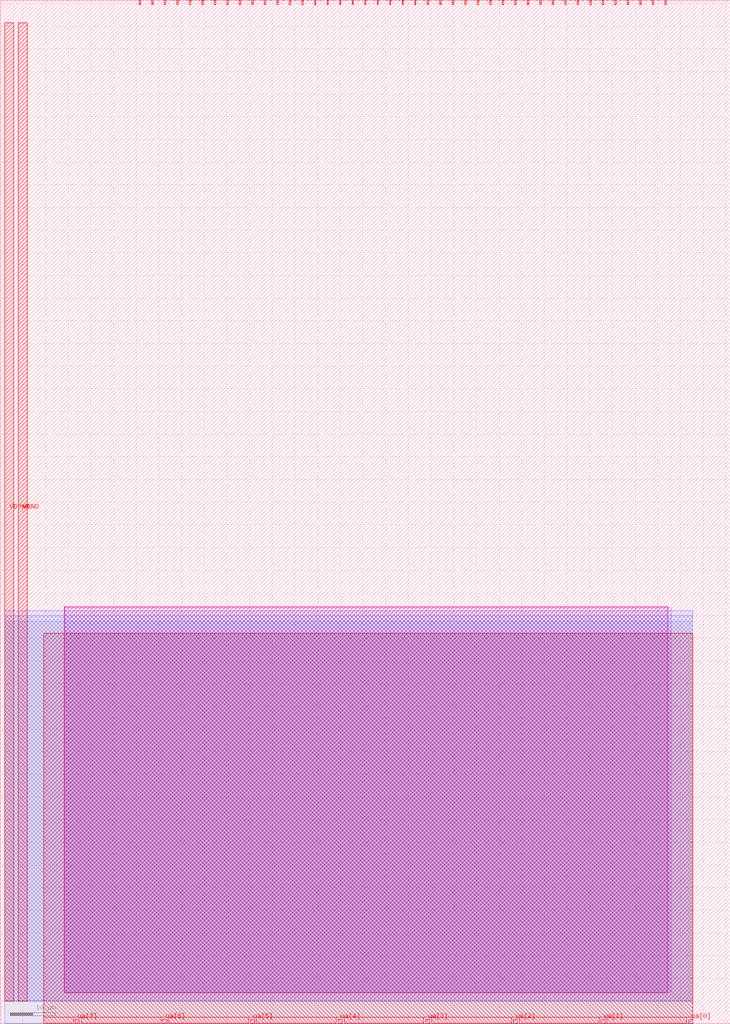
<source format=lef>
VERSION 5.7 ;
  NOWIREEXTENSIONATPIN ON ;
  DIVIDERCHAR "/" ;
  BUSBITCHARS "[]" ;
MACRO tt_um_ssp_opamp
  CLASS BLOCK ;
  FOREIGN tt_um_ssp_opamp ;
  ORIGIN 0.000 0.000 ;
  SIZE 161.000 BY 225.760 ;
  PIN clk
    DIRECTION INPUT ;
    USE SIGNAL ;
    PORT
      LAYER met4 ;
        RECT 143.830 224.760 144.130 225.760 ;
    END
  END clk
  PIN ena
    DIRECTION INPUT ;
    USE SIGNAL ;
    PORT
      LAYER met4 ;
        RECT 146.590 224.760 146.890 225.760 ;
    END
  END ena
  PIN rst_n
    DIRECTION INPUT ;
    USE SIGNAL ;
    PORT
      LAYER met4 ;
        RECT 141.070 224.760 141.370 225.760 ;
    END
  END rst_n
  PIN ua[0]
    DIRECTION INOUT ;
    USE SIGNAL ;
    ANTENNADIFFAREA 0.280900 ;
    PORT
      LAYER met4 ;
        RECT 151.810 0.000 152.710 1.000 ;
    END
  END ua[0]
  PIN ua[1]
    DIRECTION INOUT ;
    USE SIGNAL ;
    ANTENNAGATEAREA 12.750000 ;
    ANTENNADIFFAREA 18.039999 ;
    PORT
      LAYER met4 ;
        RECT 132.490 0.000 133.390 1.000 ;
    END
  END ua[1]
  PIN ua[2]
    DIRECTION INOUT ;
    USE SIGNAL ;
    ANTENNADIFFAREA 7.751700 ;
    PORT
      LAYER met4 ;
        RECT 113.170 0.000 114.070 1.000 ;
    END
  END ua[2]
  PIN ua[3]
    DIRECTION INOUT ;
    USE SIGNAL ;
    ANTENNADIFFAREA 16.820000 ;
    PORT
      LAYER met4 ;
        RECT 93.850 0.000 94.750 1.000 ;
    END
  END ua[3]
  PIN ua[4]
    DIRECTION INOUT ;
    USE SIGNAL ;
    ANTENNAGATEAREA 10.500000 ;
    PORT
      LAYER met4 ;
        RECT 74.530 0.000 75.430 1.000 ;
    END
  END ua[4]
  PIN ua[5]
    DIRECTION INOUT ;
    USE SIGNAL ;
    ANTENNAGATEAREA 10.500000 ;
    PORT
      LAYER met4 ;
        RECT 55.210 0.000 56.110 1.000 ;
    END
  END ua[5]
  PIN ua[6]
    DIRECTION INOUT ;
    USE SIGNAL ;
    PORT
      LAYER met4 ;
        RECT 35.890 0.000 36.790 1.000 ;
    END
  END ua[6]
  PIN ua[7]
    DIRECTION INOUT ;
    USE SIGNAL ;
    PORT
      LAYER met4 ;
        RECT 16.570 0.000 17.470 1.000 ;
    END
  END ua[7]
  PIN ui_in[0]
    DIRECTION INPUT ;
    USE SIGNAL ;
    PORT
      LAYER met4 ;
        RECT 138.310 224.760 138.610 225.760 ;
    END
  END ui_in[0]
  PIN ui_in[1]
    DIRECTION INPUT ;
    USE SIGNAL ;
    PORT
      LAYER met4 ;
        RECT 135.550 224.760 135.850 225.760 ;
    END
  END ui_in[1]
  PIN ui_in[2]
    DIRECTION INPUT ;
    USE SIGNAL ;
    PORT
      LAYER met4 ;
        RECT 132.790 224.760 133.090 225.760 ;
    END
  END ui_in[2]
  PIN ui_in[3]
    DIRECTION INPUT ;
    USE SIGNAL ;
    PORT
      LAYER met4 ;
        RECT 130.030 224.760 130.330 225.760 ;
    END
  END ui_in[3]
  PIN ui_in[4]
    DIRECTION INPUT ;
    USE SIGNAL ;
    PORT
      LAYER met4 ;
        RECT 127.270 224.760 127.570 225.760 ;
    END
  END ui_in[4]
  PIN ui_in[5]
    DIRECTION INPUT ;
    USE SIGNAL ;
    PORT
      LAYER met4 ;
        RECT 124.510 224.760 124.810 225.760 ;
    END
  END ui_in[5]
  PIN ui_in[6]
    DIRECTION INPUT ;
    USE SIGNAL ;
    PORT
      LAYER met4 ;
        RECT 121.750 224.760 122.050 225.760 ;
    END
  END ui_in[6]
  PIN ui_in[7]
    DIRECTION INPUT ;
    USE SIGNAL ;
    PORT
      LAYER met4 ;
        RECT 118.990 224.760 119.290 225.760 ;
    END
  END ui_in[7]
  PIN uio_in[0]
    DIRECTION INPUT ;
    USE SIGNAL ;
    PORT
      LAYER met4 ;
        RECT 116.230 224.760 116.530 225.760 ;
    END
  END uio_in[0]
  PIN uio_in[1]
    DIRECTION INPUT ;
    USE SIGNAL ;
    PORT
      LAYER met4 ;
        RECT 113.470 224.760 113.770 225.760 ;
    END
  END uio_in[1]
  PIN uio_in[2]
    DIRECTION INPUT ;
    USE SIGNAL ;
    PORT
      LAYER met4 ;
        RECT 110.710 224.760 111.010 225.760 ;
    END
  END uio_in[2]
  PIN uio_in[3]
    DIRECTION INPUT ;
    USE SIGNAL ;
    PORT
      LAYER met4 ;
        RECT 107.950 224.760 108.250 225.760 ;
    END
  END uio_in[3]
  PIN uio_in[4]
    DIRECTION INPUT ;
    USE SIGNAL ;
    PORT
      LAYER met4 ;
        RECT 105.190 224.760 105.490 225.760 ;
    END
  END uio_in[4]
  PIN uio_in[5]
    DIRECTION INPUT ;
    USE SIGNAL ;
    PORT
      LAYER met4 ;
        RECT 102.430 224.760 102.730 225.760 ;
    END
  END uio_in[5]
  PIN uio_in[6]
    DIRECTION INPUT ;
    USE SIGNAL ;
    PORT
      LAYER met4 ;
        RECT 99.670 224.760 99.970 225.760 ;
    END
  END uio_in[6]
  PIN uio_in[7]
    DIRECTION INPUT ;
    USE SIGNAL ;
    PORT
      LAYER met4 ;
        RECT 96.910 224.760 97.210 225.760 ;
    END
  END uio_in[7]
  PIN uio_oe[0]
    DIRECTION OUTPUT ;
    USE SIGNAL ;
    PORT
      LAYER met4 ;
        RECT 49.990 224.760 50.290 225.760 ;
    END
  END uio_oe[0]
  PIN uio_oe[1]
    DIRECTION OUTPUT ;
    USE SIGNAL ;
    PORT
      LAYER met4 ;
        RECT 47.230 224.760 47.530 225.760 ;
    END
  END uio_oe[1]
  PIN uio_oe[2]
    DIRECTION OUTPUT ;
    USE SIGNAL ;
    PORT
      LAYER met4 ;
        RECT 44.470 224.760 44.770 225.760 ;
    END
  END uio_oe[2]
  PIN uio_oe[3]
    DIRECTION OUTPUT ;
    USE SIGNAL ;
    PORT
      LAYER met4 ;
        RECT 41.710 224.760 42.010 225.760 ;
    END
  END uio_oe[3]
  PIN uio_oe[4]
    DIRECTION OUTPUT ;
    USE SIGNAL ;
    PORT
      LAYER met4 ;
        RECT 38.950 224.760 39.250 225.760 ;
    END
  END uio_oe[4]
  PIN uio_oe[5]
    DIRECTION OUTPUT ;
    USE SIGNAL ;
    PORT
      LAYER met4 ;
        RECT 36.190 224.760 36.490 225.760 ;
    END
  END uio_oe[5]
  PIN uio_oe[6]
    DIRECTION OUTPUT ;
    USE SIGNAL ;
    PORT
      LAYER met4 ;
        RECT 33.430 224.760 33.730 225.760 ;
    END
  END uio_oe[6]
  PIN uio_oe[7]
    DIRECTION OUTPUT ;
    USE SIGNAL ;
    PORT
      LAYER met4 ;
        RECT 30.670 224.760 30.970 225.760 ;
    END
  END uio_oe[7]
  PIN uio_out[0]
    DIRECTION OUTPUT ;
    USE SIGNAL ;
    PORT
      LAYER met4 ;
        RECT 72.070 224.760 72.370 225.760 ;
    END
  END uio_out[0]
  PIN uio_out[1]
    DIRECTION OUTPUT ;
    USE SIGNAL ;
    PORT
      LAYER met4 ;
        RECT 69.310 224.760 69.610 225.760 ;
    END
  END uio_out[1]
  PIN uio_out[2]
    DIRECTION OUTPUT ;
    USE SIGNAL ;
    PORT
      LAYER met4 ;
        RECT 66.550 224.760 66.850 225.760 ;
    END
  END uio_out[2]
  PIN uio_out[3]
    DIRECTION OUTPUT ;
    USE SIGNAL ;
    PORT
      LAYER met4 ;
        RECT 63.790 224.760 64.090 225.760 ;
    END
  END uio_out[3]
  PIN uio_out[4]
    DIRECTION OUTPUT ;
    USE SIGNAL ;
    PORT
      LAYER met4 ;
        RECT 61.030 224.760 61.330 225.760 ;
    END
  END uio_out[4]
  PIN uio_out[5]
    DIRECTION OUTPUT ;
    USE SIGNAL ;
    PORT
      LAYER met4 ;
        RECT 58.270 224.760 58.570 225.760 ;
    END
  END uio_out[5]
  PIN uio_out[6]
    DIRECTION OUTPUT ;
    USE SIGNAL ;
    PORT
      LAYER met4 ;
        RECT 55.510 224.760 55.810 225.760 ;
    END
  END uio_out[6]
  PIN uio_out[7]
    DIRECTION OUTPUT ;
    USE SIGNAL ;
    PORT
      LAYER met4 ;
        RECT 52.750 224.760 53.050 225.760 ;
    END
  END uio_out[7]
  PIN uo_out[0]
    DIRECTION OUTPUT ;
    USE SIGNAL ;
    PORT
      LAYER met4 ;
        RECT 94.150 224.760 94.450 225.760 ;
    END
  END uo_out[0]
  PIN uo_out[1]
    DIRECTION OUTPUT ;
    USE SIGNAL ;
    PORT
      LAYER met4 ;
        RECT 91.390 224.760 91.690 225.760 ;
    END
  END uo_out[1]
  PIN uo_out[2]
    DIRECTION OUTPUT ;
    USE SIGNAL ;
    PORT
      LAYER met4 ;
        RECT 88.630 224.760 88.930 225.760 ;
    END
  END uo_out[2]
  PIN uo_out[3]
    DIRECTION OUTPUT ;
    USE SIGNAL ;
    PORT
      LAYER met4 ;
        RECT 85.870 224.760 86.170 225.760 ;
    END
  END uo_out[3]
  PIN uo_out[4]
    DIRECTION OUTPUT ;
    USE SIGNAL ;
    PORT
      LAYER met4 ;
        RECT 83.110 224.760 83.410 225.760 ;
    END
  END uo_out[4]
  PIN uo_out[5]
    DIRECTION OUTPUT ;
    USE SIGNAL ;
    PORT
      LAYER met4 ;
        RECT 80.350 224.760 80.650 225.760 ;
    END
  END uo_out[5]
  PIN uo_out[6]
    DIRECTION OUTPUT ;
    USE SIGNAL ;
    PORT
      LAYER met4 ;
        RECT 77.590 224.760 77.890 225.760 ;
    END
  END uo_out[6]
  PIN uo_out[7]
    DIRECTION OUTPUT ;
    USE SIGNAL ;
    PORT
      LAYER met4 ;
        RECT 74.830 224.760 75.130 225.760 ;
    END
  END uo_out[7]
  PIN VDPWR
    DIRECTION INOUT ;
    USE POWER ;
    PORT
      LAYER met4 ;
        RECT 1.000 5.000 3.000 220.760 ;
    END
  END VDPWR
  PIN VGND
    DIRECTION INOUT ;
    USE GROUND ;
    PORT
      LAYER met4 ;
        RECT 4.000 5.000 6.000 220.760 ;
    END
  END VGND
  OBS
      LAYER nwell ;
        RECT 14.110 6.810 147.210 91.990 ;
      LAYER li1 ;
        RECT 14.240 6.940 148.020 91.705 ;
      LAYER met1 ;
        RECT 0.960 5.040 152.750 91.130 ;
      LAYER met2 ;
        RECT 1.010 4.990 152.700 89.930 ;
      LAYER met3 ;
        RECT 0.960 0.100 152.750 88.780 ;
      LAYER met4 ;
        RECT 9.595 1.400 152.710 86.145 ;
        RECT 9.595 0.100 16.170 1.400 ;
        RECT 17.870 0.100 35.490 1.400 ;
        RECT 37.190 0.100 54.810 1.400 ;
        RECT 56.510 0.100 74.130 1.400 ;
        RECT 75.830 0.100 93.450 1.400 ;
        RECT 95.150 0.100 112.770 1.400 ;
        RECT 114.470 0.100 132.090 1.400 ;
        RECT 133.790 0.100 151.410 1.400 ;
  END
END tt_um_ssp_opamp
END LIBRARY


</source>
